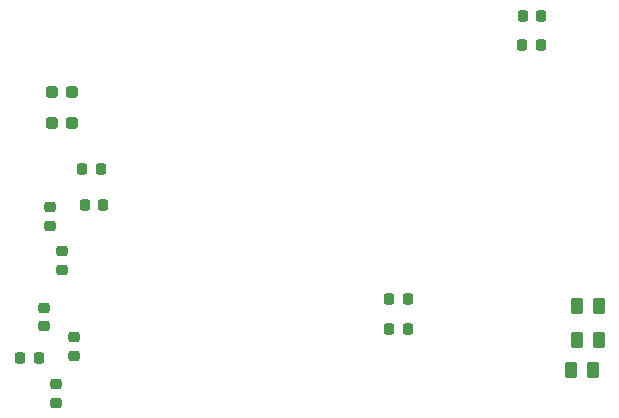
<source format=gtp>
G04 #@! TF.GenerationSoftware,KiCad,Pcbnew,9.0.1*
G04 #@! TF.CreationDate,2025-06-09T13:53:08-07:00*
G04 #@! TF.ProjectId,chop_microcontroller_board,63686f70-5f6d-4696-9372-6f636f6e7472,rev?*
G04 #@! TF.SameCoordinates,Original*
G04 #@! TF.FileFunction,Paste,Top*
G04 #@! TF.FilePolarity,Positive*
%FSLAX46Y46*%
G04 Gerber Fmt 4.6, Leading zero omitted, Abs format (unit mm)*
G04 Created by KiCad (PCBNEW 9.0.1) date 2025-06-09 13:53:08*
%MOMM*%
%LPD*%
G01*
G04 APERTURE LIST*
G04 Aperture macros list*
%AMRoundRect*
0 Rectangle with rounded corners*
0 $1 Rounding radius*
0 $2 $3 $4 $5 $6 $7 $8 $9 X,Y pos of 4 corners*
0 Add a 4 corners polygon primitive as box body*
4,1,4,$2,$3,$4,$5,$6,$7,$8,$9,$2,$3,0*
0 Add four circle primitives for the rounded corners*
1,1,$1+$1,$2,$3*
1,1,$1+$1,$4,$5*
1,1,$1+$1,$6,$7*
1,1,$1+$1,$8,$9*
0 Add four rect primitives between the rounded corners*
20,1,$1+$1,$2,$3,$4,$5,0*
20,1,$1+$1,$4,$5,$6,$7,0*
20,1,$1+$1,$6,$7,$8,$9,0*
20,1,$1+$1,$8,$9,$2,$3,0*%
G04 Aperture macros list end*
%ADD10RoundRect,0.218750X0.218750X0.256250X-0.218750X0.256250X-0.218750X-0.256250X0.218750X-0.256250X0*%
%ADD11RoundRect,0.218750X-0.256250X0.218750X-0.256250X-0.218750X0.256250X-0.218750X0.256250X0.218750X0*%
%ADD12RoundRect,0.218750X-0.218750X-0.256250X0.218750X-0.256250X0.218750X0.256250X-0.218750X0.256250X0*%
%ADD13RoundRect,0.218750X0.256250X-0.218750X0.256250X0.218750X-0.256250X0.218750X-0.256250X-0.218750X0*%
%ADD14RoundRect,0.237500X0.287500X0.237500X-0.287500X0.237500X-0.287500X-0.237500X0.287500X-0.237500X0*%
%ADD15RoundRect,0.250000X-0.262500X-0.450000X0.262500X-0.450000X0.262500X0.450000X-0.262500X0.450000X0*%
G04 APERTURE END LIST*
D10*
G04 #@! TO.C,R8*
X104500000Y-121500000D03*
X102925000Y-121500000D03*
G04 #@! TD*
G04 #@! TO.C,R16*
X147030000Y-94990000D03*
X145455000Y-94990000D03*
G04 #@! TD*
D11*
G04 #@! TO.C,R3*
X105000000Y-117212500D03*
X105000000Y-118787500D03*
G04 #@! TD*
D12*
G04 #@! TO.C,R30*
X108212500Y-105500000D03*
X109787500Y-105500000D03*
G04 #@! TD*
D13*
G04 #@! TO.C,R2*
X106500000Y-114002100D03*
X106500000Y-112427100D03*
G04 #@! TD*
D14*
G04 #@! TO.C,C3*
X107375000Y-101623200D03*
X105625000Y-101623200D03*
G04 #@! TD*
G04 #@! TO.C,C4*
X107375000Y-99000000D03*
X105625000Y-99000000D03*
G04 #@! TD*
D11*
G04 #@! TO.C,R1*
X105500000Y-108712500D03*
X105500000Y-110287500D03*
G04 #@! TD*
D13*
G04 #@! TO.C,R4*
X107500000Y-121287500D03*
X107500000Y-119712500D03*
G04 #@! TD*
D12*
G04 #@! TO.C,R7*
X134212500Y-119010000D03*
X135787500Y-119010000D03*
G04 #@! TD*
D15*
G04 #@! TO.C,R18*
X150087500Y-117050000D03*
X151912500Y-117050000D03*
G04 #@! TD*
D12*
G04 #@! TO.C,R6*
X134212500Y-116500000D03*
X135787500Y-116500000D03*
G04 #@! TD*
G04 #@! TO.C,R33*
X108425000Y-108500000D03*
X110000000Y-108500000D03*
G04 #@! TD*
D10*
G04 #@! TO.C,R17*
X147075000Y-92500000D03*
X145500000Y-92500000D03*
G04 #@! TD*
D15*
G04 #@! TO.C,R20*
X149587500Y-122500000D03*
X151412500Y-122500000D03*
G04 #@! TD*
G04 #@! TO.C,R19*
X150087500Y-120000000D03*
X151912500Y-120000000D03*
G04 #@! TD*
D11*
G04 #@! TO.C,R5*
X106000000Y-123712500D03*
X106000000Y-125287500D03*
G04 #@! TD*
M02*

</source>
